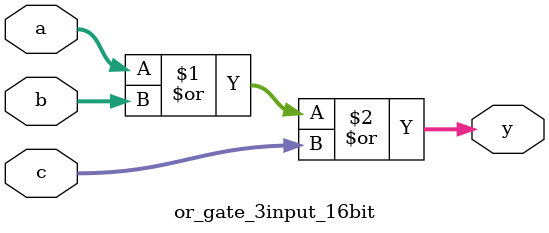
<source format=sv>
module or_gate_3input_16bit (
    input wire [15:0] a,
    input wire [15:0] b,
    input wire [15:0] c,
    output wire [15:0] y
);
    assign y = a | b | c;
endmodule

</source>
